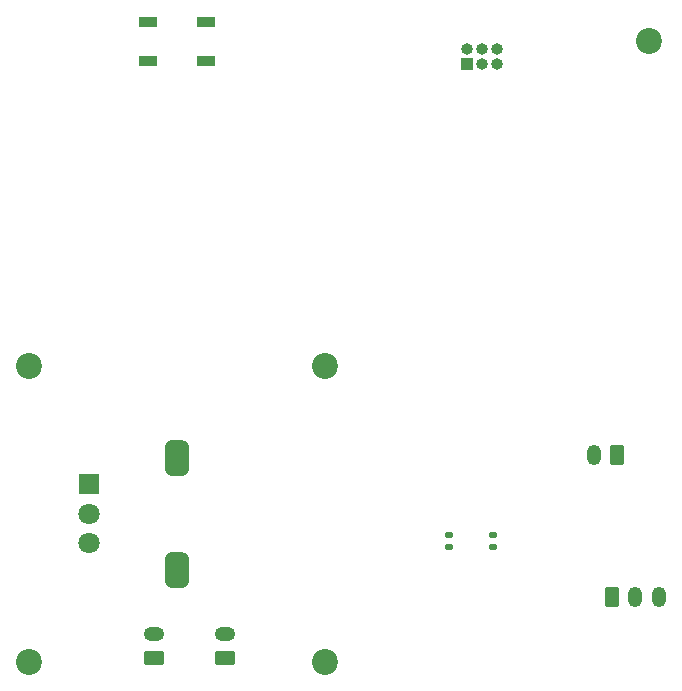
<source format=gbr>
%TF.GenerationSoftware,KiCad,Pcbnew,7.0.6*%
%TF.CreationDate,2024-03-18T22:30:39-04:00*%
%TF.ProjectId,Transmitter,5472616e-736d-4697-9474-65722e6b6963,rev?*%
%TF.SameCoordinates,Original*%
%TF.FileFunction,Soldermask,Bot*%
%TF.FilePolarity,Negative*%
%FSLAX46Y46*%
G04 Gerber Fmt 4.6, Leading zero omitted, Abs format (unit mm)*
G04 Created by KiCad (PCBNEW 7.0.6) date 2024-03-18 22:30:39*
%MOMM*%
%LPD*%
G01*
G04 APERTURE LIST*
G04 Aperture macros list*
%AMRoundRect*
0 Rectangle with rounded corners*
0 $1 Rounding radius*
0 $2 $3 $4 $5 $6 $7 $8 $9 X,Y pos of 4 corners*
0 Add a 4 corners polygon primitive as box body*
4,1,4,$2,$3,$4,$5,$6,$7,$8,$9,$2,$3,0*
0 Add four circle primitives for the rounded corners*
1,1,$1+$1,$2,$3*
1,1,$1+$1,$4,$5*
1,1,$1+$1,$6,$7*
1,1,$1+$1,$8,$9*
0 Add four rect primitives between the rounded corners*
20,1,$1+$1,$2,$3,$4,$5,0*
20,1,$1+$1,$4,$5,$6,$7,0*
20,1,$1+$1,$6,$7,$8,$9,0*
20,1,$1+$1,$8,$9,$2,$3,0*%
G04 Aperture macros list end*
%ADD10R,1.000000X1.000000*%
%ADD11O,1.000000X1.000000*%
%ADD12RoundRect,0.250000X0.625000X-0.350000X0.625000X0.350000X-0.625000X0.350000X-0.625000X-0.350000X0*%
%ADD13O,1.750000X1.200000*%
%ADD14RoundRect,0.250000X-0.350000X-0.625000X0.350000X-0.625000X0.350000X0.625000X-0.350000X0.625000X0*%
%ADD15O,1.200000X1.750000*%
%ADD16R,1.800000X1.800000*%
%ADD17C,1.800000*%
%ADD18RoundRect,0.500000X-0.500000X-1.000000X0.500000X-1.000000X0.500000X1.000000X-0.500000X1.000000X0*%
%ADD19RoundRect,0.250000X0.350000X0.625000X-0.350000X0.625000X-0.350000X-0.625000X0.350000X-0.625000X0*%
%ADD20C,2.200000*%
%ADD21O,0.100000X0.100000*%
%ADD22RoundRect,0.140000X-0.170000X0.140000X-0.170000X-0.140000X0.170000X-0.140000X0.170000X0.140000X0*%
%ADD23RoundRect,0.140000X0.170000X-0.140000X0.170000X0.140000X-0.170000X0.140000X-0.170000X-0.140000X0*%
%ADD24R,1.500000X0.900000*%
G04 APERTURE END LIST*
D10*
%TO.C,J5*%
X174530000Y-61870000D03*
D11*
X174530000Y-60600000D03*
X175800000Y-61870000D03*
X175800000Y-60600000D03*
X177070000Y-61870000D03*
X177070000Y-60600000D03*
%TD*%
D12*
%TO.C,J3*%
X148050000Y-112200000D03*
D13*
X148050000Y-110200000D03*
%TD*%
D14*
%TO.C,J4*%
X186800000Y-107000000D03*
D15*
X188800000Y-107000000D03*
X190800000Y-107000000D03*
%TD*%
D16*
%TO.C,RV1*%
X142520000Y-97500000D03*
D17*
X142520000Y-100000000D03*
X142520000Y-102500000D03*
D18*
X150020000Y-95250000D03*
X150020000Y-104750000D03*
%TD*%
D12*
%TO.C,J2*%
X154050000Y-112200000D03*
D13*
X154050000Y-110200000D03*
%TD*%
D19*
%TO.C,SW2*%
X187300000Y-95050000D03*
D15*
X185300000Y-95050000D03*
%TD*%
D20*
%TO.C,H4*%
X162500000Y-87500000D03*
%TD*%
%TO.C,H2*%
X137500000Y-87500000D03*
%TD*%
%TO.C,H5*%
X162500000Y-112500000D03*
%TD*%
%TO.C,H3*%
X137500000Y-112500000D03*
%TD*%
%TO.C,H1*%
X190000000Y-60000000D03*
%TD*%
D21*
%TO.C,J1*%
X177600000Y-68000000D03*
X177600000Y-72300002D03*
X182400000Y-68000000D03*
X182400000Y-72300002D03*
X183800000Y-70125001D03*
%TD*%
D22*
%TO.C,C5*%
X176800000Y-101820000D03*
X176800000Y-102780000D03*
%TD*%
D23*
%TO.C,C4*%
X173000000Y-102780000D03*
X173000000Y-101820000D03*
%TD*%
D24*
%TO.C,D5*%
X152450000Y-58350000D03*
X152450000Y-61650000D03*
X147550000Y-61650000D03*
X147550000Y-58350000D03*
%TD*%
M02*

</source>
